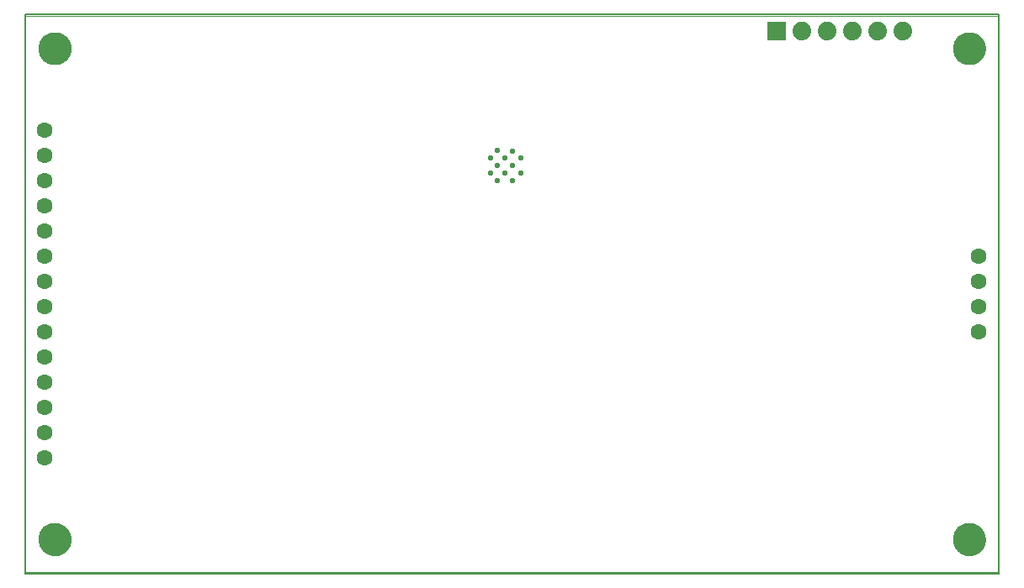
<source format=gbs>
G75*
%MOIN*%
%OFA0B0*%
%FSLAX25Y25*%
%IPPOS*%
%LPD*%
%AMOC8*
5,1,8,0,0,1.08239X$1,22.5*
%
%ADD10C,0.00000*%
%ADD11C,0.06306*%
%ADD12C,0.00500*%
%ADD13C,0.12998*%
%ADD14C,0.02172*%
%ADD15R,0.07400X0.07400*%
%ADD16C,0.07400*%
D10*
X0003000Y0010697D02*
X0003000Y0231169D01*
X0388827Y0231169D01*
X0388827Y0010697D01*
X0003000Y0010697D01*
X0008512Y0023492D02*
X0008514Y0023650D01*
X0008520Y0023808D01*
X0008530Y0023966D01*
X0008544Y0024124D01*
X0008562Y0024281D01*
X0008583Y0024438D01*
X0008609Y0024594D01*
X0008639Y0024750D01*
X0008672Y0024905D01*
X0008710Y0025058D01*
X0008751Y0025211D01*
X0008796Y0025363D01*
X0008845Y0025514D01*
X0008898Y0025663D01*
X0008954Y0025811D01*
X0009014Y0025957D01*
X0009078Y0026102D01*
X0009146Y0026245D01*
X0009217Y0026387D01*
X0009291Y0026527D01*
X0009369Y0026664D01*
X0009451Y0026800D01*
X0009535Y0026934D01*
X0009624Y0027065D01*
X0009715Y0027194D01*
X0009810Y0027321D01*
X0009907Y0027446D01*
X0010008Y0027568D01*
X0010112Y0027687D01*
X0010219Y0027804D01*
X0010329Y0027918D01*
X0010442Y0028029D01*
X0010557Y0028138D01*
X0010675Y0028243D01*
X0010796Y0028345D01*
X0010919Y0028445D01*
X0011045Y0028541D01*
X0011173Y0028634D01*
X0011303Y0028724D01*
X0011436Y0028810D01*
X0011571Y0028894D01*
X0011707Y0028973D01*
X0011846Y0029050D01*
X0011987Y0029122D01*
X0012129Y0029192D01*
X0012273Y0029257D01*
X0012419Y0029319D01*
X0012566Y0029377D01*
X0012715Y0029432D01*
X0012865Y0029483D01*
X0013016Y0029530D01*
X0013168Y0029573D01*
X0013321Y0029612D01*
X0013476Y0029648D01*
X0013631Y0029679D01*
X0013787Y0029707D01*
X0013943Y0029731D01*
X0014100Y0029751D01*
X0014258Y0029767D01*
X0014415Y0029779D01*
X0014574Y0029787D01*
X0014732Y0029791D01*
X0014890Y0029791D01*
X0015048Y0029787D01*
X0015207Y0029779D01*
X0015364Y0029767D01*
X0015522Y0029751D01*
X0015679Y0029731D01*
X0015835Y0029707D01*
X0015991Y0029679D01*
X0016146Y0029648D01*
X0016301Y0029612D01*
X0016454Y0029573D01*
X0016606Y0029530D01*
X0016757Y0029483D01*
X0016907Y0029432D01*
X0017056Y0029377D01*
X0017203Y0029319D01*
X0017349Y0029257D01*
X0017493Y0029192D01*
X0017635Y0029122D01*
X0017776Y0029050D01*
X0017915Y0028973D01*
X0018051Y0028894D01*
X0018186Y0028810D01*
X0018319Y0028724D01*
X0018449Y0028634D01*
X0018577Y0028541D01*
X0018703Y0028445D01*
X0018826Y0028345D01*
X0018947Y0028243D01*
X0019065Y0028138D01*
X0019180Y0028029D01*
X0019293Y0027918D01*
X0019403Y0027804D01*
X0019510Y0027687D01*
X0019614Y0027568D01*
X0019715Y0027446D01*
X0019812Y0027321D01*
X0019907Y0027194D01*
X0019998Y0027065D01*
X0020087Y0026934D01*
X0020171Y0026800D01*
X0020253Y0026664D01*
X0020331Y0026527D01*
X0020405Y0026387D01*
X0020476Y0026245D01*
X0020544Y0026102D01*
X0020608Y0025957D01*
X0020668Y0025811D01*
X0020724Y0025663D01*
X0020777Y0025514D01*
X0020826Y0025363D01*
X0020871Y0025211D01*
X0020912Y0025058D01*
X0020950Y0024905D01*
X0020983Y0024750D01*
X0021013Y0024594D01*
X0021039Y0024438D01*
X0021060Y0024281D01*
X0021078Y0024124D01*
X0021092Y0023966D01*
X0021102Y0023808D01*
X0021108Y0023650D01*
X0021110Y0023492D01*
X0021108Y0023334D01*
X0021102Y0023176D01*
X0021092Y0023018D01*
X0021078Y0022860D01*
X0021060Y0022703D01*
X0021039Y0022546D01*
X0021013Y0022390D01*
X0020983Y0022234D01*
X0020950Y0022079D01*
X0020912Y0021926D01*
X0020871Y0021773D01*
X0020826Y0021621D01*
X0020777Y0021470D01*
X0020724Y0021321D01*
X0020668Y0021173D01*
X0020608Y0021027D01*
X0020544Y0020882D01*
X0020476Y0020739D01*
X0020405Y0020597D01*
X0020331Y0020457D01*
X0020253Y0020320D01*
X0020171Y0020184D01*
X0020087Y0020050D01*
X0019998Y0019919D01*
X0019907Y0019790D01*
X0019812Y0019663D01*
X0019715Y0019538D01*
X0019614Y0019416D01*
X0019510Y0019297D01*
X0019403Y0019180D01*
X0019293Y0019066D01*
X0019180Y0018955D01*
X0019065Y0018846D01*
X0018947Y0018741D01*
X0018826Y0018639D01*
X0018703Y0018539D01*
X0018577Y0018443D01*
X0018449Y0018350D01*
X0018319Y0018260D01*
X0018186Y0018174D01*
X0018051Y0018090D01*
X0017915Y0018011D01*
X0017776Y0017934D01*
X0017635Y0017862D01*
X0017493Y0017792D01*
X0017349Y0017727D01*
X0017203Y0017665D01*
X0017056Y0017607D01*
X0016907Y0017552D01*
X0016757Y0017501D01*
X0016606Y0017454D01*
X0016454Y0017411D01*
X0016301Y0017372D01*
X0016146Y0017336D01*
X0015991Y0017305D01*
X0015835Y0017277D01*
X0015679Y0017253D01*
X0015522Y0017233D01*
X0015364Y0017217D01*
X0015207Y0017205D01*
X0015048Y0017197D01*
X0014890Y0017193D01*
X0014732Y0017193D01*
X0014574Y0017197D01*
X0014415Y0017205D01*
X0014258Y0017217D01*
X0014100Y0017233D01*
X0013943Y0017253D01*
X0013787Y0017277D01*
X0013631Y0017305D01*
X0013476Y0017336D01*
X0013321Y0017372D01*
X0013168Y0017411D01*
X0013016Y0017454D01*
X0012865Y0017501D01*
X0012715Y0017552D01*
X0012566Y0017607D01*
X0012419Y0017665D01*
X0012273Y0017727D01*
X0012129Y0017792D01*
X0011987Y0017862D01*
X0011846Y0017934D01*
X0011707Y0018011D01*
X0011571Y0018090D01*
X0011436Y0018174D01*
X0011303Y0018260D01*
X0011173Y0018350D01*
X0011045Y0018443D01*
X0010919Y0018539D01*
X0010796Y0018639D01*
X0010675Y0018741D01*
X0010557Y0018846D01*
X0010442Y0018955D01*
X0010329Y0019066D01*
X0010219Y0019180D01*
X0010112Y0019297D01*
X0010008Y0019416D01*
X0009907Y0019538D01*
X0009810Y0019663D01*
X0009715Y0019790D01*
X0009624Y0019919D01*
X0009535Y0020050D01*
X0009451Y0020184D01*
X0009369Y0020320D01*
X0009291Y0020457D01*
X0009217Y0020597D01*
X0009146Y0020739D01*
X0009078Y0020882D01*
X0009014Y0021027D01*
X0008954Y0021173D01*
X0008898Y0021321D01*
X0008845Y0021470D01*
X0008796Y0021621D01*
X0008751Y0021773D01*
X0008710Y0021926D01*
X0008672Y0022079D01*
X0008639Y0022234D01*
X0008609Y0022390D01*
X0008583Y0022546D01*
X0008562Y0022703D01*
X0008544Y0022860D01*
X0008530Y0023018D01*
X0008520Y0023176D01*
X0008514Y0023334D01*
X0008512Y0023492D01*
X0008512Y0218374D02*
X0008514Y0218532D01*
X0008520Y0218690D01*
X0008530Y0218848D01*
X0008544Y0219006D01*
X0008562Y0219163D01*
X0008583Y0219320D01*
X0008609Y0219476D01*
X0008639Y0219632D01*
X0008672Y0219787D01*
X0008710Y0219940D01*
X0008751Y0220093D01*
X0008796Y0220245D01*
X0008845Y0220396D01*
X0008898Y0220545D01*
X0008954Y0220693D01*
X0009014Y0220839D01*
X0009078Y0220984D01*
X0009146Y0221127D01*
X0009217Y0221269D01*
X0009291Y0221409D01*
X0009369Y0221546D01*
X0009451Y0221682D01*
X0009535Y0221816D01*
X0009624Y0221947D01*
X0009715Y0222076D01*
X0009810Y0222203D01*
X0009907Y0222328D01*
X0010008Y0222450D01*
X0010112Y0222569D01*
X0010219Y0222686D01*
X0010329Y0222800D01*
X0010442Y0222911D01*
X0010557Y0223020D01*
X0010675Y0223125D01*
X0010796Y0223227D01*
X0010919Y0223327D01*
X0011045Y0223423D01*
X0011173Y0223516D01*
X0011303Y0223606D01*
X0011436Y0223692D01*
X0011571Y0223776D01*
X0011707Y0223855D01*
X0011846Y0223932D01*
X0011987Y0224004D01*
X0012129Y0224074D01*
X0012273Y0224139D01*
X0012419Y0224201D01*
X0012566Y0224259D01*
X0012715Y0224314D01*
X0012865Y0224365D01*
X0013016Y0224412D01*
X0013168Y0224455D01*
X0013321Y0224494D01*
X0013476Y0224530D01*
X0013631Y0224561D01*
X0013787Y0224589D01*
X0013943Y0224613D01*
X0014100Y0224633D01*
X0014258Y0224649D01*
X0014415Y0224661D01*
X0014574Y0224669D01*
X0014732Y0224673D01*
X0014890Y0224673D01*
X0015048Y0224669D01*
X0015207Y0224661D01*
X0015364Y0224649D01*
X0015522Y0224633D01*
X0015679Y0224613D01*
X0015835Y0224589D01*
X0015991Y0224561D01*
X0016146Y0224530D01*
X0016301Y0224494D01*
X0016454Y0224455D01*
X0016606Y0224412D01*
X0016757Y0224365D01*
X0016907Y0224314D01*
X0017056Y0224259D01*
X0017203Y0224201D01*
X0017349Y0224139D01*
X0017493Y0224074D01*
X0017635Y0224004D01*
X0017776Y0223932D01*
X0017915Y0223855D01*
X0018051Y0223776D01*
X0018186Y0223692D01*
X0018319Y0223606D01*
X0018449Y0223516D01*
X0018577Y0223423D01*
X0018703Y0223327D01*
X0018826Y0223227D01*
X0018947Y0223125D01*
X0019065Y0223020D01*
X0019180Y0222911D01*
X0019293Y0222800D01*
X0019403Y0222686D01*
X0019510Y0222569D01*
X0019614Y0222450D01*
X0019715Y0222328D01*
X0019812Y0222203D01*
X0019907Y0222076D01*
X0019998Y0221947D01*
X0020087Y0221816D01*
X0020171Y0221682D01*
X0020253Y0221546D01*
X0020331Y0221409D01*
X0020405Y0221269D01*
X0020476Y0221127D01*
X0020544Y0220984D01*
X0020608Y0220839D01*
X0020668Y0220693D01*
X0020724Y0220545D01*
X0020777Y0220396D01*
X0020826Y0220245D01*
X0020871Y0220093D01*
X0020912Y0219940D01*
X0020950Y0219787D01*
X0020983Y0219632D01*
X0021013Y0219476D01*
X0021039Y0219320D01*
X0021060Y0219163D01*
X0021078Y0219006D01*
X0021092Y0218848D01*
X0021102Y0218690D01*
X0021108Y0218532D01*
X0021110Y0218374D01*
X0021108Y0218216D01*
X0021102Y0218058D01*
X0021092Y0217900D01*
X0021078Y0217742D01*
X0021060Y0217585D01*
X0021039Y0217428D01*
X0021013Y0217272D01*
X0020983Y0217116D01*
X0020950Y0216961D01*
X0020912Y0216808D01*
X0020871Y0216655D01*
X0020826Y0216503D01*
X0020777Y0216352D01*
X0020724Y0216203D01*
X0020668Y0216055D01*
X0020608Y0215909D01*
X0020544Y0215764D01*
X0020476Y0215621D01*
X0020405Y0215479D01*
X0020331Y0215339D01*
X0020253Y0215202D01*
X0020171Y0215066D01*
X0020087Y0214932D01*
X0019998Y0214801D01*
X0019907Y0214672D01*
X0019812Y0214545D01*
X0019715Y0214420D01*
X0019614Y0214298D01*
X0019510Y0214179D01*
X0019403Y0214062D01*
X0019293Y0213948D01*
X0019180Y0213837D01*
X0019065Y0213728D01*
X0018947Y0213623D01*
X0018826Y0213521D01*
X0018703Y0213421D01*
X0018577Y0213325D01*
X0018449Y0213232D01*
X0018319Y0213142D01*
X0018186Y0213056D01*
X0018051Y0212972D01*
X0017915Y0212893D01*
X0017776Y0212816D01*
X0017635Y0212744D01*
X0017493Y0212674D01*
X0017349Y0212609D01*
X0017203Y0212547D01*
X0017056Y0212489D01*
X0016907Y0212434D01*
X0016757Y0212383D01*
X0016606Y0212336D01*
X0016454Y0212293D01*
X0016301Y0212254D01*
X0016146Y0212218D01*
X0015991Y0212187D01*
X0015835Y0212159D01*
X0015679Y0212135D01*
X0015522Y0212115D01*
X0015364Y0212099D01*
X0015207Y0212087D01*
X0015048Y0212079D01*
X0014890Y0212075D01*
X0014732Y0212075D01*
X0014574Y0212079D01*
X0014415Y0212087D01*
X0014258Y0212099D01*
X0014100Y0212115D01*
X0013943Y0212135D01*
X0013787Y0212159D01*
X0013631Y0212187D01*
X0013476Y0212218D01*
X0013321Y0212254D01*
X0013168Y0212293D01*
X0013016Y0212336D01*
X0012865Y0212383D01*
X0012715Y0212434D01*
X0012566Y0212489D01*
X0012419Y0212547D01*
X0012273Y0212609D01*
X0012129Y0212674D01*
X0011987Y0212744D01*
X0011846Y0212816D01*
X0011707Y0212893D01*
X0011571Y0212972D01*
X0011436Y0213056D01*
X0011303Y0213142D01*
X0011173Y0213232D01*
X0011045Y0213325D01*
X0010919Y0213421D01*
X0010796Y0213521D01*
X0010675Y0213623D01*
X0010557Y0213728D01*
X0010442Y0213837D01*
X0010329Y0213948D01*
X0010219Y0214062D01*
X0010112Y0214179D01*
X0010008Y0214298D01*
X0009907Y0214420D01*
X0009810Y0214545D01*
X0009715Y0214672D01*
X0009624Y0214801D01*
X0009535Y0214932D01*
X0009451Y0215066D01*
X0009369Y0215202D01*
X0009291Y0215339D01*
X0009217Y0215479D01*
X0009146Y0215621D01*
X0009078Y0215764D01*
X0009014Y0215909D01*
X0008954Y0216055D01*
X0008898Y0216203D01*
X0008845Y0216352D01*
X0008796Y0216503D01*
X0008751Y0216655D01*
X0008710Y0216808D01*
X0008672Y0216961D01*
X0008639Y0217116D01*
X0008609Y0217272D01*
X0008583Y0217428D01*
X0008562Y0217585D01*
X0008544Y0217742D01*
X0008530Y0217900D01*
X0008520Y0218058D01*
X0008514Y0218216D01*
X0008512Y0218374D01*
X0370717Y0218374D02*
X0370719Y0218532D01*
X0370725Y0218690D01*
X0370735Y0218848D01*
X0370749Y0219006D01*
X0370767Y0219163D01*
X0370788Y0219320D01*
X0370814Y0219476D01*
X0370844Y0219632D01*
X0370877Y0219787D01*
X0370915Y0219940D01*
X0370956Y0220093D01*
X0371001Y0220245D01*
X0371050Y0220396D01*
X0371103Y0220545D01*
X0371159Y0220693D01*
X0371219Y0220839D01*
X0371283Y0220984D01*
X0371351Y0221127D01*
X0371422Y0221269D01*
X0371496Y0221409D01*
X0371574Y0221546D01*
X0371656Y0221682D01*
X0371740Y0221816D01*
X0371829Y0221947D01*
X0371920Y0222076D01*
X0372015Y0222203D01*
X0372112Y0222328D01*
X0372213Y0222450D01*
X0372317Y0222569D01*
X0372424Y0222686D01*
X0372534Y0222800D01*
X0372647Y0222911D01*
X0372762Y0223020D01*
X0372880Y0223125D01*
X0373001Y0223227D01*
X0373124Y0223327D01*
X0373250Y0223423D01*
X0373378Y0223516D01*
X0373508Y0223606D01*
X0373641Y0223692D01*
X0373776Y0223776D01*
X0373912Y0223855D01*
X0374051Y0223932D01*
X0374192Y0224004D01*
X0374334Y0224074D01*
X0374478Y0224139D01*
X0374624Y0224201D01*
X0374771Y0224259D01*
X0374920Y0224314D01*
X0375070Y0224365D01*
X0375221Y0224412D01*
X0375373Y0224455D01*
X0375526Y0224494D01*
X0375681Y0224530D01*
X0375836Y0224561D01*
X0375992Y0224589D01*
X0376148Y0224613D01*
X0376305Y0224633D01*
X0376463Y0224649D01*
X0376620Y0224661D01*
X0376779Y0224669D01*
X0376937Y0224673D01*
X0377095Y0224673D01*
X0377253Y0224669D01*
X0377412Y0224661D01*
X0377569Y0224649D01*
X0377727Y0224633D01*
X0377884Y0224613D01*
X0378040Y0224589D01*
X0378196Y0224561D01*
X0378351Y0224530D01*
X0378506Y0224494D01*
X0378659Y0224455D01*
X0378811Y0224412D01*
X0378962Y0224365D01*
X0379112Y0224314D01*
X0379261Y0224259D01*
X0379408Y0224201D01*
X0379554Y0224139D01*
X0379698Y0224074D01*
X0379840Y0224004D01*
X0379981Y0223932D01*
X0380120Y0223855D01*
X0380256Y0223776D01*
X0380391Y0223692D01*
X0380524Y0223606D01*
X0380654Y0223516D01*
X0380782Y0223423D01*
X0380908Y0223327D01*
X0381031Y0223227D01*
X0381152Y0223125D01*
X0381270Y0223020D01*
X0381385Y0222911D01*
X0381498Y0222800D01*
X0381608Y0222686D01*
X0381715Y0222569D01*
X0381819Y0222450D01*
X0381920Y0222328D01*
X0382017Y0222203D01*
X0382112Y0222076D01*
X0382203Y0221947D01*
X0382292Y0221816D01*
X0382376Y0221682D01*
X0382458Y0221546D01*
X0382536Y0221409D01*
X0382610Y0221269D01*
X0382681Y0221127D01*
X0382749Y0220984D01*
X0382813Y0220839D01*
X0382873Y0220693D01*
X0382929Y0220545D01*
X0382982Y0220396D01*
X0383031Y0220245D01*
X0383076Y0220093D01*
X0383117Y0219940D01*
X0383155Y0219787D01*
X0383188Y0219632D01*
X0383218Y0219476D01*
X0383244Y0219320D01*
X0383265Y0219163D01*
X0383283Y0219006D01*
X0383297Y0218848D01*
X0383307Y0218690D01*
X0383313Y0218532D01*
X0383315Y0218374D01*
X0383313Y0218216D01*
X0383307Y0218058D01*
X0383297Y0217900D01*
X0383283Y0217742D01*
X0383265Y0217585D01*
X0383244Y0217428D01*
X0383218Y0217272D01*
X0383188Y0217116D01*
X0383155Y0216961D01*
X0383117Y0216808D01*
X0383076Y0216655D01*
X0383031Y0216503D01*
X0382982Y0216352D01*
X0382929Y0216203D01*
X0382873Y0216055D01*
X0382813Y0215909D01*
X0382749Y0215764D01*
X0382681Y0215621D01*
X0382610Y0215479D01*
X0382536Y0215339D01*
X0382458Y0215202D01*
X0382376Y0215066D01*
X0382292Y0214932D01*
X0382203Y0214801D01*
X0382112Y0214672D01*
X0382017Y0214545D01*
X0381920Y0214420D01*
X0381819Y0214298D01*
X0381715Y0214179D01*
X0381608Y0214062D01*
X0381498Y0213948D01*
X0381385Y0213837D01*
X0381270Y0213728D01*
X0381152Y0213623D01*
X0381031Y0213521D01*
X0380908Y0213421D01*
X0380782Y0213325D01*
X0380654Y0213232D01*
X0380524Y0213142D01*
X0380391Y0213056D01*
X0380256Y0212972D01*
X0380120Y0212893D01*
X0379981Y0212816D01*
X0379840Y0212744D01*
X0379698Y0212674D01*
X0379554Y0212609D01*
X0379408Y0212547D01*
X0379261Y0212489D01*
X0379112Y0212434D01*
X0378962Y0212383D01*
X0378811Y0212336D01*
X0378659Y0212293D01*
X0378506Y0212254D01*
X0378351Y0212218D01*
X0378196Y0212187D01*
X0378040Y0212159D01*
X0377884Y0212135D01*
X0377727Y0212115D01*
X0377569Y0212099D01*
X0377412Y0212087D01*
X0377253Y0212079D01*
X0377095Y0212075D01*
X0376937Y0212075D01*
X0376779Y0212079D01*
X0376620Y0212087D01*
X0376463Y0212099D01*
X0376305Y0212115D01*
X0376148Y0212135D01*
X0375992Y0212159D01*
X0375836Y0212187D01*
X0375681Y0212218D01*
X0375526Y0212254D01*
X0375373Y0212293D01*
X0375221Y0212336D01*
X0375070Y0212383D01*
X0374920Y0212434D01*
X0374771Y0212489D01*
X0374624Y0212547D01*
X0374478Y0212609D01*
X0374334Y0212674D01*
X0374192Y0212744D01*
X0374051Y0212816D01*
X0373912Y0212893D01*
X0373776Y0212972D01*
X0373641Y0213056D01*
X0373508Y0213142D01*
X0373378Y0213232D01*
X0373250Y0213325D01*
X0373124Y0213421D01*
X0373001Y0213521D01*
X0372880Y0213623D01*
X0372762Y0213728D01*
X0372647Y0213837D01*
X0372534Y0213948D01*
X0372424Y0214062D01*
X0372317Y0214179D01*
X0372213Y0214298D01*
X0372112Y0214420D01*
X0372015Y0214545D01*
X0371920Y0214672D01*
X0371829Y0214801D01*
X0371740Y0214932D01*
X0371656Y0215066D01*
X0371574Y0215202D01*
X0371496Y0215339D01*
X0371422Y0215479D01*
X0371351Y0215621D01*
X0371283Y0215764D01*
X0371219Y0215909D01*
X0371159Y0216055D01*
X0371103Y0216203D01*
X0371050Y0216352D01*
X0371001Y0216503D01*
X0370956Y0216655D01*
X0370915Y0216808D01*
X0370877Y0216961D01*
X0370844Y0217116D01*
X0370814Y0217272D01*
X0370788Y0217428D01*
X0370767Y0217585D01*
X0370749Y0217742D01*
X0370735Y0217900D01*
X0370725Y0218058D01*
X0370719Y0218216D01*
X0370717Y0218374D01*
X0370717Y0023492D02*
X0370719Y0023650D01*
X0370725Y0023808D01*
X0370735Y0023966D01*
X0370749Y0024124D01*
X0370767Y0024281D01*
X0370788Y0024438D01*
X0370814Y0024594D01*
X0370844Y0024750D01*
X0370877Y0024905D01*
X0370915Y0025058D01*
X0370956Y0025211D01*
X0371001Y0025363D01*
X0371050Y0025514D01*
X0371103Y0025663D01*
X0371159Y0025811D01*
X0371219Y0025957D01*
X0371283Y0026102D01*
X0371351Y0026245D01*
X0371422Y0026387D01*
X0371496Y0026527D01*
X0371574Y0026664D01*
X0371656Y0026800D01*
X0371740Y0026934D01*
X0371829Y0027065D01*
X0371920Y0027194D01*
X0372015Y0027321D01*
X0372112Y0027446D01*
X0372213Y0027568D01*
X0372317Y0027687D01*
X0372424Y0027804D01*
X0372534Y0027918D01*
X0372647Y0028029D01*
X0372762Y0028138D01*
X0372880Y0028243D01*
X0373001Y0028345D01*
X0373124Y0028445D01*
X0373250Y0028541D01*
X0373378Y0028634D01*
X0373508Y0028724D01*
X0373641Y0028810D01*
X0373776Y0028894D01*
X0373912Y0028973D01*
X0374051Y0029050D01*
X0374192Y0029122D01*
X0374334Y0029192D01*
X0374478Y0029257D01*
X0374624Y0029319D01*
X0374771Y0029377D01*
X0374920Y0029432D01*
X0375070Y0029483D01*
X0375221Y0029530D01*
X0375373Y0029573D01*
X0375526Y0029612D01*
X0375681Y0029648D01*
X0375836Y0029679D01*
X0375992Y0029707D01*
X0376148Y0029731D01*
X0376305Y0029751D01*
X0376463Y0029767D01*
X0376620Y0029779D01*
X0376779Y0029787D01*
X0376937Y0029791D01*
X0377095Y0029791D01*
X0377253Y0029787D01*
X0377412Y0029779D01*
X0377569Y0029767D01*
X0377727Y0029751D01*
X0377884Y0029731D01*
X0378040Y0029707D01*
X0378196Y0029679D01*
X0378351Y0029648D01*
X0378506Y0029612D01*
X0378659Y0029573D01*
X0378811Y0029530D01*
X0378962Y0029483D01*
X0379112Y0029432D01*
X0379261Y0029377D01*
X0379408Y0029319D01*
X0379554Y0029257D01*
X0379698Y0029192D01*
X0379840Y0029122D01*
X0379981Y0029050D01*
X0380120Y0028973D01*
X0380256Y0028894D01*
X0380391Y0028810D01*
X0380524Y0028724D01*
X0380654Y0028634D01*
X0380782Y0028541D01*
X0380908Y0028445D01*
X0381031Y0028345D01*
X0381152Y0028243D01*
X0381270Y0028138D01*
X0381385Y0028029D01*
X0381498Y0027918D01*
X0381608Y0027804D01*
X0381715Y0027687D01*
X0381819Y0027568D01*
X0381920Y0027446D01*
X0382017Y0027321D01*
X0382112Y0027194D01*
X0382203Y0027065D01*
X0382292Y0026934D01*
X0382376Y0026800D01*
X0382458Y0026664D01*
X0382536Y0026527D01*
X0382610Y0026387D01*
X0382681Y0026245D01*
X0382749Y0026102D01*
X0382813Y0025957D01*
X0382873Y0025811D01*
X0382929Y0025663D01*
X0382982Y0025514D01*
X0383031Y0025363D01*
X0383076Y0025211D01*
X0383117Y0025058D01*
X0383155Y0024905D01*
X0383188Y0024750D01*
X0383218Y0024594D01*
X0383244Y0024438D01*
X0383265Y0024281D01*
X0383283Y0024124D01*
X0383297Y0023966D01*
X0383307Y0023808D01*
X0383313Y0023650D01*
X0383315Y0023492D01*
X0383313Y0023334D01*
X0383307Y0023176D01*
X0383297Y0023018D01*
X0383283Y0022860D01*
X0383265Y0022703D01*
X0383244Y0022546D01*
X0383218Y0022390D01*
X0383188Y0022234D01*
X0383155Y0022079D01*
X0383117Y0021926D01*
X0383076Y0021773D01*
X0383031Y0021621D01*
X0382982Y0021470D01*
X0382929Y0021321D01*
X0382873Y0021173D01*
X0382813Y0021027D01*
X0382749Y0020882D01*
X0382681Y0020739D01*
X0382610Y0020597D01*
X0382536Y0020457D01*
X0382458Y0020320D01*
X0382376Y0020184D01*
X0382292Y0020050D01*
X0382203Y0019919D01*
X0382112Y0019790D01*
X0382017Y0019663D01*
X0381920Y0019538D01*
X0381819Y0019416D01*
X0381715Y0019297D01*
X0381608Y0019180D01*
X0381498Y0019066D01*
X0381385Y0018955D01*
X0381270Y0018846D01*
X0381152Y0018741D01*
X0381031Y0018639D01*
X0380908Y0018539D01*
X0380782Y0018443D01*
X0380654Y0018350D01*
X0380524Y0018260D01*
X0380391Y0018174D01*
X0380256Y0018090D01*
X0380120Y0018011D01*
X0379981Y0017934D01*
X0379840Y0017862D01*
X0379698Y0017792D01*
X0379554Y0017727D01*
X0379408Y0017665D01*
X0379261Y0017607D01*
X0379112Y0017552D01*
X0378962Y0017501D01*
X0378811Y0017454D01*
X0378659Y0017411D01*
X0378506Y0017372D01*
X0378351Y0017336D01*
X0378196Y0017305D01*
X0378040Y0017277D01*
X0377884Y0017253D01*
X0377727Y0017233D01*
X0377569Y0017217D01*
X0377412Y0017205D01*
X0377253Y0017197D01*
X0377095Y0017193D01*
X0376937Y0017193D01*
X0376779Y0017197D01*
X0376620Y0017205D01*
X0376463Y0017217D01*
X0376305Y0017233D01*
X0376148Y0017253D01*
X0375992Y0017277D01*
X0375836Y0017305D01*
X0375681Y0017336D01*
X0375526Y0017372D01*
X0375373Y0017411D01*
X0375221Y0017454D01*
X0375070Y0017501D01*
X0374920Y0017552D01*
X0374771Y0017607D01*
X0374624Y0017665D01*
X0374478Y0017727D01*
X0374334Y0017792D01*
X0374192Y0017862D01*
X0374051Y0017934D01*
X0373912Y0018011D01*
X0373776Y0018090D01*
X0373641Y0018174D01*
X0373508Y0018260D01*
X0373378Y0018350D01*
X0373250Y0018443D01*
X0373124Y0018539D01*
X0373001Y0018639D01*
X0372880Y0018741D01*
X0372762Y0018846D01*
X0372647Y0018955D01*
X0372534Y0019066D01*
X0372424Y0019180D01*
X0372317Y0019297D01*
X0372213Y0019416D01*
X0372112Y0019538D01*
X0372015Y0019663D01*
X0371920Y0019790D01*
X0371829Y0019919D01*
X0371740Y0020050D01*
X0371656Y0020184D01*
X0371574Y0020320D01*
X0371496Y0020457D01*
X0371422Y0020597D01*
X0371351Y0020739D01*
X0371283Y0020882D01*
X0371219Y0021027D01*
X0371159Y0021173D01*
X0371103Y0021321D01*
X0371050Y0021470D01*
X0371001Y0021621D01*
X0370956Y0021773D01*
X0370915Y0021926D01*
X0370877Y0022079D01*
X0370844Y0022234D01*
X0370814Y0022390D01*
X0370788Y0022546D01*
X0370767Y0022703D01*
X0370749Y0022860D01*
X0370735Y0023018D01*
X0370725Y0023176D01*
X0370719Y0023334D01*
X0370717Y0023492D01*
D11*
X0380913Y0105933D03*
X0380913Y0115933D03*
X0380913Y0125933D03*
X0380913Y0135933D03*
X0010913Y0135933D03*
X0010913Y0145933D03*
X0010913Y0155933D03*
X0010913Y0165933D03*
X0010913Y0175933D03*
X0010913Y0185933D03*
X0010913Y0125933D03*
X0010913Y0115933D03*
X0010913Y0105933D03*
X0010913Y0095933D03*
X0010913Y0085933D03*
X0010913Y0075933D03*
X0010913Y0065933D03*
X0010913Y0055933D03*
D12*
X0003000Y0010028D02*
X0003000Y0231839D01*
X0388827Y0231839D01*
X0388827Y0010028D01*
X0003000Y0010028D01*
D13*
X0014811Y0023492D03*
X0014811Y0218374D03*
X0377016Y0218374D03*
X0377016Y0023492D03*
D14*
X0196248Y0165815D03*
X0193197Y0168768D03*
X0190244Y0165815D03*
X0187291Y0168768D03*
X0190244Y0171819D03*
X0187291Y0174772D03*
X0190244Y0177823D03*
X0193197Y0174772D03*
X0196248Y0177626D03*
X0199299Y0174772D03*
X0196248Y0171819D03*
X0199299Y0168768D03*
D15*
X0300835Y0225264D03*
D16*
X0310835Y0225264D03*
X0320835Y0225264D03*
X0330835Y0225264D03*
X0340835Y0225264D03*
X0350835Y0225264D03*
M02*

</source>
